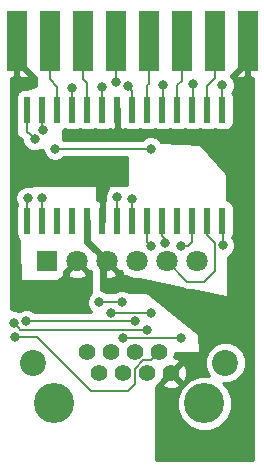
<source format=gbr>
G04 #@! TF.GenerationSoftware,KiCad,Pcbnew,no-vcs-found-835c19f~60~ubuntu16.04.1*
G04 #@! TF.CreationDate,2017-10-10T23:17:26+02:00*
G04 #@! TF.ProjectId,arcade_adapter,6172636164655F616461707465722E6B,rev?*
G04 #@! TF.SameCoordinates,Original*
G04 #@! TF.FileFunction,Copper,L1,Top,Signal*
G04 #@! TF.FilePolarity,Positive*
%FSLAX46Y46*%
G04 Gerber Fmt 4.6, Leading zero omitted, Abs format (unit mm)*
G04 Created by KiCad (PCBNEW no-vcs-found-835c19f~60~ubuntu16.04.1) date Tue Oct 10 23:17:26 2017*
%MOMM*%
%LPD*%
G01*
G04 APERTURE LIST*
%ADD10R,1.780000X5.080000*%
%ADD11C,1.400000*%
%ADD12C,3.400000*%
%ADD13C,2.200000*%
%ADD14R,1.800000X1.800000*%
%ADD15C,1.800000*%
%ADD16R,0.600000X2.200000*%
%ADD17C,0.800000*%
%ADD18C,0.152400*%
%ADD19C,0.609600*%
%ADD20C,0.254000*%
G04 APERTURE END LIST*
D10*
X111302800Y-57048400D03*
X108502800Y-57048400D03*
X105712800Y-57048400D03*
X102922800Y-57048400D03*
X91742800Y-57048400D03*
X94532800Y-57048400D03*
X97332800Y-57048400D03*
X100122800Y-57048400D03*
D11*
X104819800Y-85191600D03*
X102789800Y-85191600D03*
X100759800Y-85191600D03*
X98729800Y-85191600D03*
X103799800Y-83411600D03*
X101769800Y-83411600D03*
X99739800Y-83411600D03*
X97709800Y-83411600D03*
D12*
X94919800Y-87731600D03*
X107619800Y-87731600D03*
D13*
X93139800Y-84301600D03*
X109399800Y-84301600D03*
D14*
X94259400Y-75692000D03*
D15*
X96799400Y-75692000D03*
X99339400Y-75692000D03*
X101879400Y-75692000D03*
X104419400Y-75692000D03*
X106959400Y-75692000D03*
D16*
X109143800Y-72265000D03*
X109143800Y-62865000D03*
X107873800Y-72265000D03*
X107873800Y-62865000D03*
X106603800Y-72265000D03*
X106603800Y-62865000D03*
X105333800Y-72265000D03*
X105333800Y-62865000D03*
X104063800Y-72265000D03*
X104063800Y-62865000D03*
X102793800Y-72265000D03*
X102793800Y-62865000D03*
X101523800Y-72265000D03*
X101523800Y-62865000D03*
X100253800Y-72265000D03*
X100253800Y-62865000D03*
X98983800Y-72265000D03*
X98983800Y-62865000D03*
X97713800Y-72265000D03*
X97713800Y-62865000D03*
X96443800Y-72265000D03*
X96443800Y-62865000D03*
X95173800Y-72265000D03*
X95173800Y-62865000D03*
X93903800Y-72265000D03*
X93903800Y-62865000D03*
X92633800Y-72265000D03*
X92633800Y-62865000D03*
D17*
X109169200Y-74371200D03*
X109143800Y-60807600D03*
X101523800Y-70408800D03*
X100228400Y-70281800D03*
X100126800Y-60528200D03*
X106629200Y-60706000D03*
X98990420Y-60946593D03*
X104089200Y-60756800D03*
X96420798Y-61050289D03*
X101117400Y-60883800D03*
X100634800Y-79197199D03*
X98729798Y-79197200D03*
X110871000Y-63703200D03*
X99857560Y-65074800D03*
X98623120Y-65057020D03*
X96154240Y-65031620D03*
X97388680Y-65051940D03*
X105613200Y-90779600D03*
X106984800Y-90779600D03*
X108280200Y-90779600D03*
X108280200Y-91846400D03*
X106908600Y-91846400D03*
X106908600Y-91846400D03*
X105638600Y-91846400D03*
X105638600Y-91846400D03*
X104419400Y-91846400D03*
X91633040Y-68122800D03*
X98920300Y-68303140D03*
X99808030Y-68303140D03*
X100695760Y-68303140D03*
X100690680Y-67249040D03*
X99805490Y-67256660D03*
X98920300Y-67261740D03*
X93921866Y-64577237D03*
X105664004Y-74447400D03*
X100761800Y-82245200D03*
X105664000Y-82245200D03*
X103098600Y-80086200D03*
X99745802Y-80086200D03*
X103124000Y-74422000D03*
X92557600Y-80772000D03*
X101777800Y-80746600D03*
X93903800Y-70358000D03*
X104267000Y-74142602D03*
X91516200Y-80975200D03*
X102793804Y-81508600D03*
X92659200Y-70358000D03*
X91567092Y-82099312D03*
X93249503Y-65380159D03*
X103073200Y-66167000D03*
X94970600Y-66167000D03*
D18*
X109169200Y-74371200D02*
X109169200Y-72290400D01*
X109169200Y-72290400D02*
X109143800Y-72265000D01*
X109143800Y-62865000D02*
X109143800Y-60807600D01*
X107594400Y-77444600D02*
X106172000Y-77444600D01*
X106172000Y-77444600D02*
X104419400Y-75692000D01*
X108483400Y-76555600D02*
X107594400Y-77444600D01*
X108483400Y-74127000D02*
X108483400Y-76555600D01*
X107873800Y-72265000D02*
X107873800Y-73517400D01*
X107873800Y-73517400D02*
X108483400Y-74127000D01*
X101523800Y-70408800D02*
X101523800Y-72265000D01*
X102793800Y-62865000D02*
X102793800Y-60809600D01*
X102793800Y-60809600D02*
X102922800Y-60680600D01*
X102922800Y-60680600D02*
X102922800Y-57048400D01*
X100253800Y-72265000D02*
X100253800Y-70307200D01*
X100253800Y-70307200D02*
X100228400Y-70281800D01*
X100122800Y-57048400D02*
X100122800Y-60524200D01*
X100122800Y-60524200D02*
X100126800Y-60528200D01*
X106629200Y-60706000D02*
X106629200Y-62839600D01*
X106629200Y-62839600D02*
X106603800Y-62865000D01*
X98983800Y-62865000D02*
X98983800Y-60953213D01*
X98983800Y-60953213D02*
X98990420Y-60946593D01*
X108502800Y-60204000D02*
X107873800Y-60833000D01*
X107873800Y-60833000D02*
X107873800Y-62865000D01*
X108502800Y-57048400D02*
X108502800Y-60204000D01*
X97332800Y-60248800D02*
X97713800Y-60629800D01*
X97713800Y-60629800D02*
X97713800Y-62865000D01*
X97332800Y-57048400D02*
X97332800Y-60248800D01*
X104089200Y-60756800D02*
X104089200Y-62839600D01*
X104089200Y-62839600D02*
X104063800Y-62865000D01*
X96443800Y-61073291D02*
X96420798Y-61050289D01*
X96443800Y-62865000D02*
X96443800Y-61073291D01*
X105712800Y-57048400D02*
X105712800Y-60428600D01*
X105333800Y-60807600D02*
X105333800Y-62865000D01*
X105712800Y-60428600D02*
X105333800Y-60807600D01*
X101523800Y-62865000D02*
X101523800Y-61290200D01*
X101523800Y-61290200D02*
X101117400Y-60883800D01*
X100069115Y-79197199D02*
X100634800Y-79197199D01*
X98729798Y-79197200D02*
X100069115Y-79197199D01*
D19*
X98643440Y-65057020D02*
X99839780Y-65057020D01*
X99839780Y-65057020D02*
X99857560Y-65074800D01*
X111302800Y-58770520D02*
X110060740Y-60012580D01*
X111302800Y-57048400D02*
X111302800Y-58770520D01*
X98414001Y-74792001D02*
X97713800Y-74091800D01*
X97713800Y-74091800D02*
X97713800Y-72265000D01*
X99339400Y-75692000D02*
X98439401Y-74792001D01*
X98439401Y-74792001D02*
X98414001Y-74792001D01*
X99054920Y-76428600D02*
X99054920Y-77370940D01*
X99339400Y-76144120D02*
X99054920Y-76428600D01*
X99339400Y-75692000D02*
X99339400Y-76144120D01*
D18*
X108280200Y-90779600D02*
X106984800Y-90779600D01*
X104419400Y-91846400D02*
X105638600Y-91846400D01*
D19*
X91742800Y-58740580D02*
X93118940Y-60116720D01*
X91742800Y-57048400D02*
X91742800Y-58740580D01*
X99857560Y-68132960D02*
X98912680Y-68132960D01*
X100683060Y-67078860D02*
X100683060Y-68127880D01*
X100683060Y-68127880D02*
X100688140Y-68132960D01*
X98912680Y-67091560D02*
X99827080Y-67091560D01*
X99827080Y-67091560D02*
X99832160Y-67086480D01*
X96799400Y-75692000D02*
X95899401Y-76591999D01*
X95899401Y-76591999D02*
X95899401Y-77272719D01*
D18*
X93903800Y-64559171D02*
X93921866Y-64577237D01*
X93903800Y-62865000D02*
X93903800Y-64559171D01*
X94532800Y-60293600D02*
X95173800Y-60934600D01*
X95173800Y-60934600D02*
X95173800Y-62865000D01*
X94532800Y-57048400D02*
X94532800Y-60293600D01*
X106273600Y-74447400D02*
X106603800Y-74117200D01*
X106603800Y-74117200D02*
X106603800Y-72265000D01*
X105664004Y-74447400D02*
X106273600Y-74447400D01*
X101327485Y-82245200D02*
X105664000Y-82245200D01*
X100761800Y-82245200D02*
X101327485Y-82245200D01*
X106629200Y-72239600D02*
X106603800Y-72265000D01*
X99745802Y-80086200D02*
X103098600Y-80086200D01*
X102793800Y-72265000D02*
X102793800Y-74091800D01*
X102793800Y-74091800D02*
X103124000Y-74422000D01*
X92583000Y-80746600D02*
X92557600Y-80772000D01*
X101777800Y-80746600D02*
X92583000Y-80746600D01*
X93903800Y-72265000D02*
X93903800Y-70358000D01*
X104267000Y-74142602D02*
X104267000Y-73787000D01*
X104267000Y-73787000D02*
X104063800Y-73583800D01*
X104063800Y-73583800D02*
X104063800Y-72265000D01*
X91916199Y-81375199D02*
X91516200Y-80975200D01*
X92049600Y-81508600D02*
X91916199Y-81375199D01*
X102793804Y-81508600D02*
X92049600Y-81508600D01*
X92633800Y-72265000D02*
X92633800Y-70383400D01*
X92633800Y-70383400D02*
X92659200Y-70358000D01*
X101117400Y-86715600D02*
X98044000Y-86715600D01*
X101752400Y-86080600D02*
X101117400Y-86715600D01*
X92132777Y-82099312D02*
X91567092Y-82099312D01*
X102444131Y-84111599D02*
X101752400Y-84803330D01*
X103099801Y-84111599D02*
X102444131Y-84111599D01*
X103799800Y-83411600D02*
X103099801Y-84111599D01*
X93427712Y-82099312D02*
X92132777Y-82099312D01*
X98044000Y-86715600D02*
X93427712Y-82099312D01*
X101752400Y-84803330D02*
X101752400Y-86080600D01*
X92633800Y-64764456D02*
X92849504Y-64980160D01*
X92633800Y-62865000D02*
X92633800Y-64764456D01*
X92849504Y-64980160D02*
X93249503Y-65380159D01*
X94970600Y-66167000D02*
X103073200Y-66167000D01*
D20*
G36*
X111429800Y-56921400D02*
X111449800Y-56921400D01*
X111449800Y-57175400D01*
X111429800Y-57175400D01*
X111429800Y-60064650D01*
X111588550Y-60223400D01*
X111761200Y-60223400D01*
X111761200Y-92558800D01*
X103507076Y-92558800D01*
X103519838Y-88194022D01*
X105284396Y-88194022D01*
X105639129Y-89052543D01*
X106295402Y-89709962D01*
X107153302Y-90066193D01*
X108082222Y-90067004D01*
X108940743Y-89712271D01*
X109598162Y-89055998D01*
X109954393Y-88198098D01*
X109955204Y-87269178D01*
X109600471Y-86410657D01*
X109226917Y-86036451D01*
X109743399Y-86036901D01*
X110381315Y-85773319D01*
X110869804Y-85285682D01*
X111134499Y-84648227D01*
X111135101Y-83958001D01*
X110871519Y-83320085D01*
X110383882Y-82831596D01*
X109746427Y-82566901D01*
X109056201Y-82566299D01*
X108418285Y-82829881D01*
X107929796Y-83317518D01*
X107665101Y-83954973D01*
X107664499Y-84645199D01*
X107928081Y-85283115D01*
X108041736Y-85396968D01*
X107157378Y-85396196D01*
X106298857Y-85750929D01*
X105641438Y-86407202D01*
X105285207Y-87265102D01*
X105284396Y-88194022D01*
X103519838Y-88194022D01*
X103525283Y-86332177D01*
X103545029Y-86324018D01*
X103742516Y-86126875D01*
X104064131Y-86126875D01*
X104125969Y-86362642D01*
X104626922Y-86539019D01*
X105157240Y-86510264D01*
X105513631Y-86362642D01*
X105575469Y-86126875D01*
X104819800Y-85371205D01*
X104064131Y-86126875D01*
X103742516Y-86126875D01*
X103920898Y-85948804D01*
X103947816Y-85883978D01*
X104640195Y-85191600D01*
X104999405Y-85191600D01*
X105755075Y-85947269D01*
X105990842Y-85885431D01*
X106167219Y-85384478D01*
X106138464Y-84854160D01*
X105990842Y-84497769D01*
X105755075Y-84435931D01*
X104999405Y-85191600D01*
X104640195Y-85191600D01*
X104626053Y-85177458D01*
X104805658Y-84997852D01*
X104819800Y-85011995D01*
X105575469Y-84256325D01*
X105513631Y-84020558D01*
X105058931Y-83860466D01*
X105134568Y-83678313D01*
X105134768Y-83449041D01*
X107161638Y-83464396D01*
X107210311Y-83455098D01*
X107251720Y-83427880D01*
X107279561Y-83386888D01*
X107289344Y-83329345D01*
X107202984Y-81970445D01*
X107190254Y-81922555D01*
X107156433Y-81880021D01*
X102861293Y-78382441D01*
X102817502Y-78359249D01*
X102780939Y-78353920D01*
X101257351Y-78355847D01*
X101221846Y-78320280D01*
X100841577Y-78162379D01*
X100429829Y-78162020D01*
X100049285Y-78319257D01*
X100011052Y-78357424D01*
X99354751Y-78358254D01*
X99316844Y-78320281D01*
X98936575Y-78162380D01*
X98891718Y-78162341D01*
X98889735Y-77161993D01*
X99098736Y-77238458D01*
X99708860Y-77212839D01*
X100153548Y-77028643D01*
X100239954Y-76772159D01*
X99339400Y-75871605D01*
X99325258Y-75885748D01*
X99145653Y-75706143D01*
X99159795Y-75692000D01*
X99145653Y-75677858D01*
X99325258Y-75498253D01*
X99339400Y-75512395D01*
X99353543Y-75498253D01*
X99533148Y-75677858D01*
X99519005Y-75692000D01*
X100419559Y-76592554D01*
X100569727Y-76541965D01*
X100577332Y-76560371D01*
X100647444Y-76630606D01*
X100650053Y-76816462D01*
X100660401Y-76864923D01*
X100688507Y-76905734D01*
X100751048Y-76938992D01*
X101010330Y-76993204D01*
X101572730Y-77226733D01*
X102129556Y-77227218D01*
X105712218Y-77976301D01*
X105899836Y-78101663D01*
X106172000Y-78155800D01*
X106570712Y-78155800D01*
X109473408Y-78762712D01*
X109522959Y-78763196D01*
X109568923Y-78744681D01*
X109604303Y-78709985D01*
X109623712Y-78664392D01*
X109626394Y-78637170D01*
X109594220Y-75315457D01*
X109754715Y-75249142D01*
X110046119Y-74958246D01*
X110204020Y-74577977D01*
X110204379Y-74166229D01*
X110047142Y-73785685D01*
X109974822Y-73713239D01*
X110041957Y-73612765D01*
X110091240Y-73365000D01*
X110091240Y-71165000D01*
X110041957Y-70917235D01*
X109901609Y-70707191D01*
X109691565Y-70566843D01*
X109547949Y-70538276D01*
X109527334Y-68409860D01*
X109517196Y-68361355D01*
X109495896Y-68327436D01*
X107308956Y-65829346D01*
X107269669Y-65799146D01*
X107220604Y-65786205D01*
X103959162Y-65600896D01*
X103951142Y-65581485D01*
X103660246Y-65290081D01*
X103279977Y-65132180D01*
X102868229Y-65131821D01*
X102487685Y-65289058D01*
X102320652Y-65455800D01*
X95723076Y-65455800D01*
X95680123Y-65412772D01*
X95673729Y-64572672D01*
X95721565Y-64563157D01*
X95808800Y-64504868D01*
X95896035Y-64563157D01*
X96143800Y-64612440D01*
X96743800Y-64612440D01*
X96991565Y-64563157D01*
X97078800Y-64504868D01*
X97166035Y-64563157D01*
X97413800Y-64612440D01*
X98013800Y-64612440D01*
X98261565Y-64563157D01*
X98348800Y-64504868D01*
X98436035Y-64563157D01*
X98683800Y-64612440D01*
X99283800Y-64612440D01*
X99531565Y-64563157D01*
X99610772Y-64510232D01*
X99827491Y-64600000D01*
X99968050Y-64600000D01*
X100126800Y-64441250D01*
X100126800Y-62992000D01*
X100121296Y-62992000D01*
X100122478Y-62738000D01*
X100126800Y-62738000D01*
X100126800Y-62718000D01*
X100380800Y-62718000D01*
X100380800Y-62738000D01*
X100400800Y-62738000D01*
X100400800Y-62992000D01*
X100380800Y-62992000D01*
X100380800Y-64441250D01*
X100539550Y-64600000D01*
X100680109Y-64600000D01*
X100896828Y-64510232D01*
X100976035Y-64563157D01*
X101223800Y-64612440D01*
X101823800Y-64612440D01*
X102071565Y-64563157D01*
X102158800Y-64504868D01*
X102246035Y-64563157D01*
X102493800Y-64612440D01*
X103093800Y-64612440D01*
X103341565Y-64563157D01*
X103428800Y-64504868D01*
X103516035Y-64563157D01*
X103763800Y-64612440D01*
X104363800Y-64612440D01*
X104611565Y-64563157D01*
X104698800Y-64504868D01*
X104786035Y-64563157D01*
X105033800Y-64612440D01*
X105633800Y-64612440D01*
X105881565Y-64563157D01*
X105968800Y-64504868D01*
X106056035Y-64563157D01*
X106303800Y-64612440D01*
X106903800Y-64612440D01*
X107151565Y-64563157D01*
X107238800Y-64504868D01*
X107326035Y-64563157D01*
X107573800Y-64612440D01*
X108173800Y-64612440D01*
X108421565Y-64563157D01*
X108508800Y-64504868D01*
X108596035Y-64563157D01*
X108843800Y-64612440D01*
X109443800Y-64612440D01*
X109691565Y-64563157D01*
X109901609Y-64422809D01*
X110041957Y-64212765D01*
X110091240Y-63965000D01*
X110091240Y-61765000D01*
X110041957Y-61517235D01*
X109984322Y-61430979D01*
X110020719Y-61394646D01*
X110178620Y-61014377D01*
X110178979Y-60602629D01*
X110021742Y-60222085D01*
X109847948Y-60047987D01*
X109850609Y-60046209D01*
X109899465Y-59973091D01*
X110053102Y-60126727D01*
X110286491Y-60223400D01*
X111017050Y-60223400D01*
X111175800Y-60064650D01*
X111175800Y-57175400D01*
X111155800Y-57175400D01*
X111155800Y-56921400D01*
X111175800Y-56921400D01*
X111175800Y-56901400D01*
X111429800Y-56901400D01*
X111429800Y-56921400D01*
X111429800Y-56921400D01*
G37*
X111429800Y-56921400D02*
X111449800Y-56921400D01*
X111449800Y-57175400D01*
X111429800Y-57175400D01*
X111429800Y-60064650D01*
X111588550Y-60223400D01*
X111761200Y-60223400D01*
X111761200Y-92558800D01*
X103507076Y-92558800D01*
X103519838Y-88194022D01*
X105284396Y-88194022D01*
X105639129Y-89052543D01*
X106295402Y-89709962D01*
X107153302Y-90066193D01*
X108082222Y-90067004D01*
X108940743Y-89712271D01*
X109598162Y-89055998D01*
X109954393Y-88198098D01*
X109955204Y-87269178D01*
X109600471Y-86410657D01*
X109226917Y-86036451D01*
X109743399Y-86036901D01*
X110381315Y-85773319D01*
X110869804Y-85285682D01*
X111134499Y-84648227D01*
X111135101Y-83958001D01*
X110871519Y-83320085D01*
X110383882Y-82831596D01*
X109746427Y-82566901D01*
X109056201Y-82566299D01*
X108418285Y-82829881D01*
X107929796Y-83317518D01*
X107665101Y-83954973D01*
X107664499Y-84645199D01*
X107928081Y-85283115D01*
X108041736Y-85396968D01*
X107157378Y-85396196D01*
X106298857Y-85750929D01*
X105641438Y-86407202D01*
X105285207Y-87265102D01*
X105284396Y-88194022D01*
X103519838Y-88194022D01*
X103525283Y-86332177D01*
X103545029Y-86324018D01*
X103742516Y-86126875D01*
X104064131Y-86126875D01*
X104125969Y-86362642D01*
X104626922Y-86539019D01*
X105157240Y-86510264D01*
X105513631Y-86362642D01*
X105575469Y-86126875D01*
X104819800Y-85371205D01*
X104064131Y-86126875D01*
X103742516Y-86126875D01*
X103920898Y-85948804D01*
X103947816Y-85883978D01*
X104640195Y-85191600D01*
X104999405Y-85191600D01*
X105755075Y-85947269D01*
X105990842Y-85885431D01*
X106167219Y-85384478D01*
X106138464Y-84854160D01*
X105990842Y-84497769D01*
X105755075Y-84435931D01*
X104999405Y-85191600D01*
X104640195Y-85191600D01*
X104626053Y-85177458D01*
X104805658Y-84997852D01*
X104819800Y-85011995D01*
X105575469Y-84256325D01*
X105513631Y-84020558D01*
X105058931Y-83860466D01*
X105134568Y-83678313D01*
X105134768Y-83449041D01*
X107161638Y-83464396D01*
X107210311Y-83455098D01*
X107251720Y-83427880D01*
X107279561Y-83386888D01*
X107289344Y-83329345D01*
X107202984Y-81970445D01*
X107190254Y-81922555D01*
X107156433Y-81880021D01*
X102861293Y-78382441D01*
X102817502Y-78359249D01*
X102780939Y-78353920D01*
X101257351Y-78355847D01*
X101221846Y-78320280D01*
X100841577Y-78162379D01*
X100429829Y-78162020D01*
X100049285Y-78319257D01*
X100011052Y-78357424D01*
X99354751Y-78358254D01*
X99316844Y-78320281D01*
X98936575Y-78162380D01*
X98891718Y-78162341D01*
X98889735Y-77161993D01*
X99098736Y-77238458D01*
X99708860Y-77212839D01*
X100153548Y-77028643D01*
X100239954Y-76772159D01*
X99339400Y-75871605D01*
X99325258Y-75885748D01*
X99145653Y-75706143D01*
X99159795Y-75692000D01*
X99145653Y-75677858D01*
X99325258Y-75498253D01*
X99339400Y-75512395D01*
X99353543Y-75498253D01*
X99533148Y-75677858D01*
X99519005Y-75692000D01*
X100419559Y-76592554D01*
X100569727Y-76541965D01*
X100577332Y-76560371D01*
X100647444Y-76630606D01*
X100650053Y-76816462D01*
X100660401Y-76864923D01*
X100688507Y-76905734D01*
X100751048Y-76938992D01*
X101010330Y-76993204D01*
X101572730Y-77226733D01*
X102129556Y-77227218D01*
X105712218Y-77976301D01*
X105899836Y-78101663D01*
X106172000Y-78155800D01*
X106570712Y-78155800D01*
X109473408Y-78762712D01*
X109522959Y-78763196D01*
X109568923Y-78744681D01*
X109604303Y-78709985D01*
X109623712Y-78664392D01*
X109626394Y-78637170D01*
X109594220Y-75315457D01*
X109754715Y-75249142D01*
X110046119Y-74958246D01*
X110204020Y-74577977D01*
X110204379Y-74166229D01*
X110047142Y-73785685D01*
X109974822Y-73713239D01*
X110041957Y-73612765D01*
X110091240Y-73365000D01*
X110091240Y-71165000D01*
X110041957Y-70917235D01*
X109901609Y-70707191D01*
X109691565Y-70566843D01*
X109547949Y-70538276D01*
X109527334Y-68409860D01*
X109517196Y-68361355D01*
X109495896Y-68327436D01*
X107308956Y-65829346D01*
X107269669Y-65799146D01*
X107220604Y-65786205D01*
X103959162Y-65600896D01*
X103951142Y-65581485D01*
X103660246Y-65290081D01*
X103279977Y-65132180D01*
X102868229Y-65131821D01*
X102487685Y-65289058D01*
X102320652Y-65455800D01*
X95723076Y-65455800D01*
X95680123Y-65412772D01*
X95673729Y-64572672D01*
X95721565Y-64563157D01*
X95808800Y-64504868D01*
X95896035Y-64563157D01*
X96143800Y-64612440D01*
X96743800Y-64612440D01*
X96991565Y-64563157D01*
X97078800Y-64504868D01*
X97166035Y-64563157D01*
X97413800Y-64612440D01*
X98013800Y-64612440D01*
X98261565Y-64563157D01*
X98348800Y-64504868D01*
X98436035Y-64563157D01*
X98683800Y-64612440D01*
X99283800Y-64612440D01*
X99531565Y-64563157D01*
X99610772Y-64510232D01*
X99827491Y-64600000D01*
X99968050Y-64600000D01*
X100126800Y-64441250D01*
X100126800Y-62992000D01*
X100121296Y-62992000D01*
X100122478Y-62738000D01*
X100126800Y-62738000D01*
X100126800Y-62718000D01*
X100380800Y-62718000D01*
X100380800Y-62738000D01*
X100400800Y-62738000D01*
X100400800Y-62992000D01*
X100380800Y-62992000D01*
X100380800Y-64441250D01*
X100539550Y-64600000D01*
X100680109Y-64600000D01*
X100896828Y-64510232D01*
X100976035Y-64563157D01*
X101223800Y-64612440D01*
X101823800Y-64612440D01*
X102071565Y-64563157D01*
X102158800Y-64504868D01*
X102246035Y-64563157D01*
X102493800Y-64612440D01*
X103093800Y-64612440D01*
X103341565Y-64563157D01*
X103428800Y-64504868D01*
X103516035Y-64563157D01*
X103763800Y-64612440D01*
X104363800Y-64612440D01*
X104611565Y-64563157D01*
X104698800Y-64504868D01*
X104786035Y-64563157D01*
X105033800Y-64612440D01*
X105633800Y-64612440D01*
X105881565Y-64563157D01*
X105968800Y-64504868D01*
X106056035Y-64563157D01*
X106303800Y-64612440D01*
X106903800Y-64612440D01*
X107151565Y-64563157D01*
X107238800Y-64504868D01*
X107326035Y-64563157D01*
X107573800Y-64612440D01*
X108173800Y-64612440D01*
X108421565Y-64563157D01*
X108508800Y-64504868D01*
X108596035Y-64563157D01*
X108843800Y-64612440D01*
X109443800Y-64612440D01*
X109691565Y-64563157D01*
X109901609Y-64422809D01*
X110041957Y-64212765D01*
X110091240Y-63965000D01*
X110091240Y-61765000D01*
X110041957Y-61517235D01*
X109984322Y-61430979D01*
X110020719Y-61394646D01*
X110178620Y-61014377D01*
X110178979Y-60602629D01*
X110021742Y-60222085D01*
X109847948Y-60047987D01*
X109850609Y-60046209D01*
X109899465Y-59973091D01*
X110053102Y-60126727D01*
X110286491Y-60223400D01*
X111017050Y-60223400D01*
X111175800Y-60064650D01*
X111175800Y-57175400D01*
X111155800Y-57175400D01*
X111155800Y-56921400D01*
X111175800Y-56921400D01*
X111175800Y-56901400D01*
X111429800Y-56901400D01*
X111429800Y-56921400D01*
G36*
X91869800Y-56921400D02*
X91889800Y-56921400D01*
X91889800Y-57175400D01*
X91869800Y-57175400D01*
X91869800Y-60064650D01*
X92028550Y-60223400D01*
X92759109Y-60223400D01*
X92992498Y-60126727D01*
X93140140Y-59979086D01*
X93184991Y-60046209D01*
X93327624Y-60141514D01*
X93328498Y-60350347D01*
X93328598Y-60354892D01*
X93350465Y-60901579D01*
X93137122Y-60990472D01*
X92586408Y-61117560D01*
X92333800Y-61117560D01*
X92086035Y-61166843D01*
X91934719Y-61267950D01*
X91826740Y-61292868D01*
X91781557Y-61313216D01*
X91747601Y-61349306D01*
X91728300Y-61415709D01*
X91727274Y-61559308D01*
X91686360Y-61765000D01*
X91686360Y-63965000D01*
X91709268Y-64080168D01*
X91702900Y-64971709D01*
X91712220Y-65020377D01*
X91739455Y-65061775D01*
X91765022Y-65081796D01*
X92209404Y-65345849D01*
X92214528Y-65350973D01*
X92214324Y-65585130D01*
X92371561Y-65965674D01*
X92662457Y-66257078D01*
X93042726Y-66414979D01*
X93454474Y-66415338D01*
X93811444Y-66267842D01*
X93935459Y-66328703D01*
X93935421Y-66371971D01*
X94092658Y-66752515D01*
X94383554Y-67043919D01*
X94763823Y-67201820D01*
X95175571Y-67202179D01*
X95556115Y-67044942D01*
X95723148Y-66878200D01*
X101068439Y-66878200D01*
X101077553Y-69267954D01*
X100487900Y-69268873D01*
X100435177Y-69246980D01*
X100023429Y-69246621D01*
X99967614Y-69269683D01*
X99574159Y-69270296D01*
X99525574Y-69280039D01*
X99484415Y-69307633D01*
X99456949Y-69348878D01*
X99447357Y-69397296D01*
X99447357Y-69599045D01*
X99351481Y-69694754D01*
X99193580Y-70075023D01*
X99193221Y-70486771D01*
X99228177Y-70571373D01*
X99110800Y-70688750D01*
X99110800Y-72138000D01*
X99130800Y-72138000D01*
X99130800Y-72392000D01*
X99110800Y-72392000D01*
X99110800Y-72412000D01*
X98856800Y-72412000D01*
X98856800Y-72392000D01*
X98836800Y-72392000D01*
X98836800Y-72138000D01*
X98856800Y-72138000D01*
X98856800Y-70688750D01*
X98698050Y-70530000D01*
X98557491Y-70530000D01*
X98495057Y-70555861D01*
X98496120Y-69390376D01*
X98486497Y-69341766D01*
X98459004Y-69300539D01*
X98417828Y-69272972D01*
X98369058Y-69263260D01*
X93139198Y-69265800D01*
X93078916Y-69281052D01*
X92942251Y-69354852D01*
X92865977Y-69323180D01*
X92454229Y-69322821D01*
X92073685Y-69480058D01*
X91782281Y-69770954D01*
X91624380Y-70151223D01*
X91624021Y-70562971D01*
X91757119Y-70885094D01*
X91735643Y-70917235D01*
X91686360Y-71165000D01*
X91686360Y-73365000D01*
X91735643Y-73612765D01*
X91875991Y-73822809D01*
X91952203Y-73873733D01*
X91956901Y-74498571D01*
X91956918Y-74499925D01*
X92007718Y-77293925D01*
X92018267Y-77342342D01*
X92046542Y-77383036D01*
X92088237Y-77409813D01*
X92134697Y-77418616D01*
X95208097Y-77418616D01*
X95256698Y-77408949D01*
X95297900Y-77381419D01*
X95325430Y-77340217D01*
X95334972Y-77297255D01*
X95339130Y-77203690D01*
X95407165Y-77190157D01*
X95617209Y-77049809D01*
X95749458Y-76851886D01*
X95784290Y-76886718D01*
X95898847Y-76772161D01*
X95985252Y-77028643D01*
X96558736Y-77238458D01*
X97168860Y-77212839D01*
X97613548Y-77028643D01*
X97699954Y-76772159D01*
X96799400Y-75871605D01*
X96785258Y-75885748D01*
X96605653Y-75706143D01*
X96619795Y-75692000D01*
X96605653Y-75677858D01*
X96785258Y-75498253D01*
X96799400Y-75512395D01*
X96813543Y-75498253D01*
X96993148Y-75677858D01*
X96979005Y-75692000D01*
X97879559Y-76592554D01*
X98029727Y-76541965D01*
X98037332Y-76560371D01*
X98044000Y-76567051D01*
X98044000Y-78419366D01*
X97852879Y-78610154D01*
X97694978Y-78990423D01*
X97694619Y-79402171D01*
X97851856Y-79782715D01*
X98044000Y-79975195D01*
X98044000Y-80009987D01*
X93258875Y-80009510D01*
X93144646Y-79895081D01*
X92764377Y-79737180D01*
X92352629Y-79736821D01*
X91972085Y-79894058D01*
X91936565Y-79929516D01*
X91210200Y-79780263D01*
X91210200Y-60223400D01*
X91457050Y-60223400D01*
X91615800Y-60064650D01*
X91615800Y-57175400D01*
X91595800Y-57175400D01*
X91595800Y-56921400D01*
X91615800Y-56921400D01*
X91615800Y-56901400D01*
X91869800Y-56901400D01*
X91869800Y-56921400D01*
X91869800Y-56921400D01*
G37*
X91869800Y-56921400D02*
X91889800Y-56921400D01*
X91889800Y-57175400D01*
X91869800Y-57175400D01*
X91869800Y-60064650D01*
X92028550Y-60223400D01*
X92759109Y-60223400D01*
X92992498Y-60126727D01*
X93140140Y-59979086D01*
X93184991Y-60046209D01*
X93327624Y-60141514D01*
X93328498Y-60350347D01*
X93328598Y-60354892D01*
X93350465Y-60901579D01*
X93137122Y-60990472D01*
X92586408Y-61117560D01*
X92333800Y-61117560D01*
X92086035Y-61166843D01*
X91934719Y-61267950D01*
X91826740Y-61292868D01*
X91781557Y-61313216D01*
X91747601Y-61349306D01*
X91728300Y-61415709D01*
X91727274Y-61559308D01*
X91686360Y-61765000D01*
X91686360Y-63965000D01*
X91709268Y-64080168D01*
X91702900Y-64971709D01*
X91712220Y-65020377D01*
X91739455Y-65061775D01*
X91765022Y-65081796D01*
X92209404Y-65345849D01*
X92214528Y-65350973D01*
X92214324Y-65585130D01*
X92371561Y-65965674D01*
X92662457Y-66257078D01*
X93042726Y-66414979D01*
X93454474Y-66415338D01*
X93811444Y-66267842D01*
X93935459Y-66328703D01*
X93935421Y-66371971D01*
X94092658Y-66752515D01*
X94383554Y-67043919D01*
X94763823Y-67201820D01*
X95175571Y-67202179D01*
X95556115Y-67044942D01*
X95723148Y-66878200D01*
X101068439Y-66878200D01*
X101077553Y-69267954D01*
X100487900Y-69268873D01*
X100435177Y-69246980D01*
X100023429Y-69246621D01*
X99967614Y-69269683D01*
X99574159Y-69270296D01*
X99525574Y-69280039D01*
X99484415Y-69307633D01*
X99456949Y-69348878D01*
X99447357Y-69397296D01*
X99447357Y-69599045D01*
X99351481Y-69694754D01*
X99193580Y-70075023D01*
X99193221Y-70486771D01*
X99228177Y-70571373D01*
X99110800Y-70688750D01*
X99110800Y-72138000D01*
X99130800Y-72138000D01*
X99130800Y-72392000D01*
X99110800Y-72392000D01*
X99110800Y-72412000D01*
X98856800Y-72412000D01*
X98856800Y-72392000D01*
X98836800Y-72392000D01*
X98836800Y-72138000D01*
X98856800Y-72138000D01*
X98856800Y-70688750D01*
X98698050Y-70530000D01*
X98557491Y-70530000D01*
X98495057Y-70555861D01*
X98496120Y-69390376D01*
X98486497Y-69341766D01*
X98459004Y-69300539D01*
X98417828Y-69272972D01*
X98369058Y-69263260D01*
X93139198Y-69265800D01*
X93078916Y-69281052D01*
X92942251Y-69354852D01*
X92865977Y-69323180D01*
X92454229Y-69322821D01*
X92073685Y-69480058D01*
X91782281Y-69770954D01*
X91624380Y-70151223D01*
X91624021Y-70562971D01*
X91757119Y-70885094D01*
X91735643Y-70917235D01*
X91686360Y-71165000D01*
X91686360Y-73365000D01*
X91735643Y-73612765D01*
X91875991Y-73822809D01*
X91952203Y-73873733D01*
X91956901Y-74498571D01*
X91956918Y-74499925D01*
X92007718Y-77293925D01*
X92018267Y-77342342D01*
X92046542Y-77383036D01*
X92088237Y-77409813D01*
X92134697Y-77418616D01*
X95208097Y-77418616D01*
X95256698Y-77408949D01*
X95297900Y-77381419D01*
X95325430Y-77340217D01*
X95334972Y-77297255D01*
X95339130Y-77203690D01*
X95407165Y-77190157D01*
X95617209Y-77049809D01*
X95749458Y-76851886D01*
X95784290Y-76886718D01*
X95898847Y-76772161D01*
X95985252Y-77028643D01*
X96558736Y-77238458D01*
X97168860Y-77212839D01*
X97613548Y-77028643D01*
X97699954Y-76772159D01*
X96799400Y-75871605D01*
X96785258Y-75885748D01*
X96605653Y-75706143D01*
X96619795Y-75692000D01*
X96605653Y-75677858D01*
X96785258Y-75498253D01*
X96799400Y-75512395D01*
X96813543Y-75498253D01*
X96993148Y-75677858D01*
X96979005Y-75692000D01*
X97879559Y-76592554D01*
X98029727Y-76541965D01*
X98037332Y-76560371D01*
X98044000Y-76567051D01*
X98044000Y-78419366D01*
X97852879Y-78610154D01*
X97694978Y-78990423D01*
X97694619Y-79402171D01*
X97851856Y-79782715D01*
X98044000Y-79975195D01*
X98044000Y-80009987D01*
X93258875Y-80009510D01*
X93144646Y-79895081D01*
X92764377Y-79737180D01*
X92352629Y-79736821D01*
X91972085Y-79894058D01*
X91936565Y-79929516D01*
X91210200Y-79780263D01*
X91210200Y-60223400D01*
X91457050Y-60223400D01*
X91615800Y-60064650D01*
X91615800Y-57175400D01*
X91595800Y-57175400D01*
X91595800Y-56921400D01*
X91615800Y-56921400D01*
X91615800Y-56901400D01*
X91869800Y-56901400D01*
X91869800Y-56921400D01*
M02*

</source>
